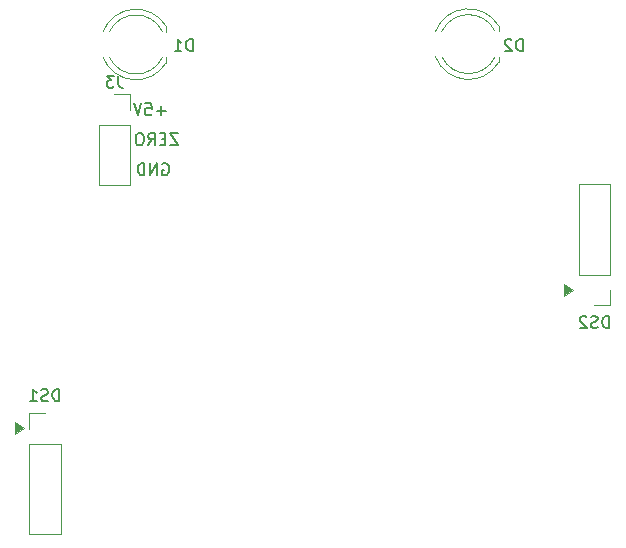
<source format=gbr>
%TF.GenerationSoftware,KiCad,Pcbnew,(6.0.9)*%
%TF.CreationDate,2023-01-27T17:05:39-09:00*%
%TF.ProjectId,GAUGE_Standby Altimeter,47415547-455f-4537-9461-6e6462792041,rev?*%
%TF.SameCoordinates,Original*%
%TF.FileFunction,Legend,Bot*%
%TF.FilePolarity,Positive*%
%FSLAX46Y46*%
G04 Gerber Fmt 4.6, Leading zero omitted, Abs format (unit mm)*
G04 Created by KiCad (PCBNEW (6.0.9)) date 2023-01-27 17:05:39*
%MOMM*%
%LPD*%
G01*
G04 APERTURE LIST*
%ADD10C,0.100000*%
%ADD11C,0.150000*%
%ADD12C,0.120000*%
%ADD13O,1.700000X1.700000*%
%ADD14R,1.700000X1.700000*%
%ADD15O,1.070000X1.800000*%
%ADD16R,1.070000X1.800000*%
%ADD17C,2.500000*%
%ADD18C,3.800000*%
%ADD19C,2.200000*%
%ADD20C,1.524000*%
G04 APERTURE END LIST*
D10*
G36*
X211787515Y-89675452D02*
G01*
X211025515Y-90183452D01*
X211025515Y-89167452D01*
X211787515Y-89675452D01*
G37*
X211787515Y-89675452D02*
X211025515Y-90183452D01*
X211025515Y-89167452D01*
X211787515Y-89675452D01*
G36*
X165305515Y-101359452D02*
G01*
X164543515Y-101867452D01*
X164543515Y-100851452D01*
X165305515Y-101359452D01*
G37*
X165305515Y-101359452D02*
X164543515Y-101867452D01*
X164543515Y-100851452D01*
X165305515Y-101359452D01*
D11*
X176989419Y-79015452D02*
X177084657Y-78967832D01*
X177227515Y-78967832D01*
X177370372Y-79015452D01*
X177465610Y-79110690D01*
X177513229Y-79205928D01*
X177560848Y-79396404D01*
X177560848Y-79539261D01*
X177513229Y-79729737D01*
X177465610Y-79824975D01*
X177370372Y-79920213D01*
X177227515Y-79967832D01*
X177132276Y-79967832D01*
X176989419Y-79920213D01*
X176941800Y-79872594D01*
X176941800Y-79539261D01*
X177132276Y-79539261D01*
X176513229Y-79967832D02*
X176513229Y-78967832D01*
X175941800Y-79967832D01*
X175941800Y-78967832D01*
X175465610Y-79967832D02*
X175465610Y-78967832D01*
X175227515Y-78967832D01*
X175084657Y-79015452D01*
X174989419Y-79110690D01*
X174941800Y-79205928D01*
X174894181Y-79396404D01*
X174894181Y-79539261D01*
X174941800Y-79729737D01*
X174989419Y-79824975D01*
X175084657Y-79920213D01*
X175227515Y-79967832D01*
X175465610Y-79967832D01*
X178291038Y-76427832D02*
X177624372Y-76427832D01*
X178291038Y-77427832D01*
X177624372Y-77427832D01*
X177243419Y-76904023D02*
X176910086Y-76904023D01*
X176767229Y-77427832D02*
X177243419Y-77427832D01*
X177243419Y-76427832D01*
X176767229Y-76427832D01*
X175767229Y-77427832D02*
X176100562Y-76951642D01*
X176338657Y-77427832D02*
X176338657Y-76427832D01*
X175957705Y-76427832D01*
X175862467Y-76475452D01*
X175814848Y-76523071D01*
X175767229Y-76618309D01*
X175767229Y-76761166D01*
X175814848Y-76856404D01*
X175862467Y-76904023D01*
X175957705Y-76951642D01*
X176338657Y-76951642D01*
X175148181Y-76427832D02*
X174957705Y-76427832D01*
X174862467Y-76475452D01*
X174767229Y-76570690D01*
X174719610Y-76761166D01*
X174719610Y-77094499D01*
X174767229Y-77284975D01*
X174862467Y-77380213D01*
X174957705Y-77427832D01*
X175148181Y-77427832D01*
X175243419Y-77380213D01*
X175338657Y-77284975D01*
X175386276Y-77094499D01*
X175386276Y-76761166D01*
X175338657Y-76570690D01*
X175243419Y-76475452D01*
X175148181Y-76427832D01*
X177259229Y-74506880D02*
X176497324Y-74506880D01*
X176878276Y-74887832D02*
X176878276Y-74125928D01*
X175544943Y-73887832D02*
X176021134Y-73887832D01*
X176068753Y-74364023D01*
X176021134Y-74316404D01*
X175925895Y-74268785D01*
X175687800Y-74268785D01*
X175592562Y-74316404D01*
X175544943Y-74364023D01*
X175497324Y-74459261D01*
X175497324Y-74697356D01*
X175544943Y-74792594D01*
X175592562Y-74840213D01*
X175687800Y-74887832D01*
X175925895Y-74887832D01*
X176021134Y-74840213D01*
X176068753Y-74792594D01*
X175211610Y-73887832D02*
X174878276Y-74887832D01*
X174544943Y-73887832D01*
%TO.C,D2*%
X207480113Y-69465367D02*
X207480113Y-68465367D01*
X207242018Y-68465367D01*
X207099160Y-68512987D01*
X207003922Y-68608225D01*
X206956303Y-68703463D01*
X206908684Y-68893939D01*
X206908684Y-69036796D01*
X206956303Y-69227272D01*
X207003922Y-69322510D01*
X207099160Y-69417748D01*
X207242018Y-69465367D01*
X207480113Y-69465367D01*
X206527732Y-68560606D02*
X206480113Y-68512987D01*
X206384875Y-68465367D01*
X206146779Y-68465367D01*
X206051541Y-68512987D01*
X206003922Y-68560606D01*
X205956303Y-68655844D01*
X205956303Y-68751082D01*
X206003922Y-68893939D01*
X206575351Y-69465367D01*
X205956303Y-69465367D01*
%TO.C,D1*%
X179540113Y-69465367D02*
X179540113Y-68465367D01*
X179302018Y-68465367D01*
X179159160Y-68512987D01*
X179063922Y-68608225D01*
X179016303Y-68703463D01*
X178968684Y-68893939D01*
X178968684Y-69036796D01*
X179016303Y-69227272D01*
X179063922Y-69322510D01*
X179159160Y-69417748D01*
X179302018Y-69465367D01*
X179540113Y-69465367D01*
X178016303Y-69465367D02*
X178587732Y-69465367D01*
X178302018Y-69465367D02*
X178302018Y-68465367D01*
X178397256Y-68608225D01*
X178492494Y-68703463D01*
X178587732Y-68751082D01*
%TO.C,J3*%
X173258848Y-71557832D02*
X173258848Y-72272118D01*
X173306467Y-72414975D01*
X173401705Y-72510213D01*
X173544562Y-72557832D01*
X173639800Y-72557832D01*
X172877895Y-71557832D02*
X172258848Y-71557832D01*
X172592181Y-71938785D01*
X172449324Y-71938785D01*
X172354086Y-71986404D01*
X172306467Y-72034023D01*
X172258848Y-72129261D01*
X172258848Y-72367356D01*
X172306467Y-72462594D01*
X172354086Y-72510213D01*
X172449324Y-72557832D01*
X172735038Y-72557832D01*
X172830276Y-72510213D01*
X172877895Y-72462594D01*
%TO.C,DS2*%
X214779800Y-92897832D02*
X214779800Y-91897832D01*
X214541705Y-91897832D01*
X214398848Y-91945452D01*
X214303610Y-92040690D01*
X214255991Y-92135928D01*
X214208372Y-92326404D01*
X214208372Y-92469261D01*
X214255991Y-92659737D01*
X214303610Y-92754975D01*
X214398848Y-92850213D01*
X214541705Y-92897832D01*
X214779800Y-92897832D01*
X213827419Y-92850213D02*
X213684562Y-92897832D01*
X213446467Y-92897832D01*
X213351229Y-92850213D01*
X213303610Y-92802594D01*
X213255991Y-92707356D01*
X213255991Y-92612118D01*
X213303610Y-92516880D01*
X213351229Y-92469261D01*
X213446467Y-92421642D01*
X213636943Y-92374023D01*
X213732181Y-92326404D01*
X213779800Y-92278785D01*
X213827419Y-92183547D01*
X213827419Y-92088309D01*
X213779800Y-91993071D01*
X213732181Y-91945452D01*
X213636943Y-91897832D01*
X213398848Y-91897832D01*
X213255991Y-91945452D01*
X212875038Y-91993071D02*
X212827419Y-91945452D01*
X212732181Y-91897832D01*
X212494086Y-91897832D01*
X212398848Y-91945452D01*
X212351229Y-91993071D01*
X212303610Y-92088309D01*
X212303610Y-92183547D01*
X212351229Y-92326404D01*
X212922657Y-92897832D01*
X212303610Y-92897832D01*
%TO.C,DS1*%
X168242886Y-99109471D02*
X168242886Y-98109471D01*
X168004791Y-98109471D01*
X167861934Y-98157091D01*
X167766696Y-98252329D01*
X167719077Y-98347567D01*
X167671458Y-98538043D01*
X167671458Y-98680900D01*
X167719077Y-98871376D01*
X167766696Y-98966614D01*
X167861934Y-99061852D01*
X168004791Y-99109471D01*
X168242886Y-99109471D01*
X167290505Y-99061852D02*
X167147648Y-99109471D01*
X166909553Y-99109471D01*
X166814315Y-99061852D01*
X166766696Y-99014233D01*
X166719077Y-98918995D01*
X166719077Y-98823757D01*
X166766696Y-98728519D01*
X166814315Y-98680900D01*
X166909553Y-98633281D01*
X167100029Y-98585662D01*
X167195267Y-98538043D01*
X167242886Y-98490424D01*
X167290505Y-98395186D01*
X167290505Y-98299948D01*
X167242886Y-98204710D01*
X167195267Y-98157091D01*
X167100029Y-98109471D01*
X166861934Y-98109471D01*
X166719077Y-98157091D01*
X165766696Y-99109471D02*
X166338124Y-99109471D01*
X166052410Y-99109471D02*
X166052410Y-98109471D01*
X166147648Y-98252329D01*
X166242886Y-98347567D01*
X166338124Y-98395186D01*
D12*
%TO.C,D2*%
X205454807Y-69960574D02*
X205454807Y-70425574D01*
X205454807Y-67335574D02*
X205454807Y-67800574D01*
X200640328Y-69961003D02*
G75*
G03*
X205149491Y-69960574I2254479J1080429D01*
G01*
X205149491Y-67800574D02*
G75*
G03*
X200640328Y-67800145I-2254684J-1080000D01*
G01*
X200106992Y-69961401D02*
G75*
G03*
X205454807Y-70425404I2787815J1080827D01*
G01*
X205454807Y-67335744D02*
G75*
G03*
X200106992Y-67799747I-2560000J-1544830D01*
G01*
%TO.C,D1*%
X177299309Y-69992574D02*
X177299309Y-70457574D01*
X177299309Y-67367574D02*
X177299309Y-67832574D01*
X172484830Y-69993003D02*
G75*
G03*
X176993993Y-69992574I2254479J1080429D01*
G01*
X176993993Y-67832574D02*
G75*
G03*
X172484830Y-67832145I-2254684J-1080000D01*
G01*
X171951494Y-69993401D02*
G75*
G03*
X177299309Y-70457404I2787815J1080827D01*
G01*
X177299309Y-67367744D02*
G75*
G03*
X171951494Y-67831747I-2560000J-1544830D01*
G01*
%TO.C,J3*%
X174255515Y-80845452D02*
X171595515Y-80845452D01*
X174255515Y-75705452D02*
X174255515Y-80845452D01*
X171595515Y-75705452D02*
X171595515Y-80845452D01*
X174255515Y-75705452D02*
X171595515Y-75705452D01*
X174255515Y-74435452D02*
X174255515Y-73105452D01*
X174255515Y-73105452D02*
X172925515Y-73105452D01*
%TO.C,DS2*%
X212235515Y-88405452D02*
X214895515Y-88405452D01*
X212235515Y-88405452D02*
X212235515Y-80725452D01*
X212235515Y-80725452D02*
X214895515Y-80725452D01*
X214895515Y-88405452D02*
X214895515Y-80725452D01*
X214895515Y-91005452D02*
X214895515Y-89675452D01*
X213565515Y-91005452D02*
X214895515Y-91005452D01*
%TO.C,DS1*%
X168358601Y-102697091D02*
X165698601Y-102697091D01*
X168358601Y-102697091D02*
X168358601Y-110377091D01*
X168358601Y-110377091D02*
X165698601Y-110377091D01*
X165698601Y-102697091D02*
X165698601Y-110377091D01*
X165698601Y-100097091D02*
X165698601Y-101427091D01*
X167028601Y-100097091D02*
X165698601Y-100097091D01*
%TD*%
%LPC*%
D13*
%TO.C,J1*%
X176262018Y-106477987D03*
X176262018Y-103937987D03*
X178802018Y-106477987D03*
X178802018Y-103937987D03*
X181342018Y-106477987D03*
X181342018Y-103937987D03*
X183882018Y-106477987D03*
X183882018Y-103937987D03*
X186422018Y-106477987D03*
X186422018Y-103937987D03*
X188962018Y-106477987D03*
X188962018Y-103937987D03*
X191502018Y-106477987D03*
D14*
X191502018Y-103937987D03*
%TD*%
D15*
%TO.C,D2*%
X200989807Y-68880574D03*
X202259807Y-68880574D03*
X203529807Y-68880574D03*
D16*
X204799807Y-68880574D03*
%TD*%
D15*
%TO.C,D1*%
X172834309Y-68912574D03*
X174104309Y-68912574D03*
X175374309Y-68912574D03*
D16*
X176644309Y-68912574D03*
%TD*%
D17*
%TO.C,H3*%
X196102017Y-116313568D03*
%TD*%
%TO.C,H2*%
X211592098Y-75997987D03*
%TD*%
%TO.C,H1*%
X166102018Y-75997987D03*
%TD*%
D18*
%TO.C,M1*%
X188847058Y-97263953D03*
D17*
X179847058Y-78263953D03*
D19*
X202347058Y-87263953D03*
X175347058Y-87263953D03*
D20*
X200272058Y-83413953D03*
X200272058Y-91113953D03*
X177422058Y-91113953D03*
X177422058Y-83413953D03*
%TD*%
D13*
%TO.C,J3*%
X172925515Y-79515452D03*
X172925515Y-76975452D03*
D14*
X172925515Y-74435452D03*
%TD*%
D13*
%TO.C,J2*%
X213565515Y-101105452D03*
X211025515Y-101105452D03*
D14*
X208485515Y-101105452D03*
%TD*%
D13*
%TO.C,DS2*%
X213565515Y-82055452D03*
X213565515Y-84595452D03*
X213565515Y-87135452D03*
D14*
X213565515Y-89675452D03*
%TD*%
D13*
%TO.C,DS1*%
X167028601Y-109047091D03*
X167028601Y-106507091D03*
X167028601Y-103967091D03*
D14*
X167028601Y-101427091D03*
%TD*%
M02*

</source>
